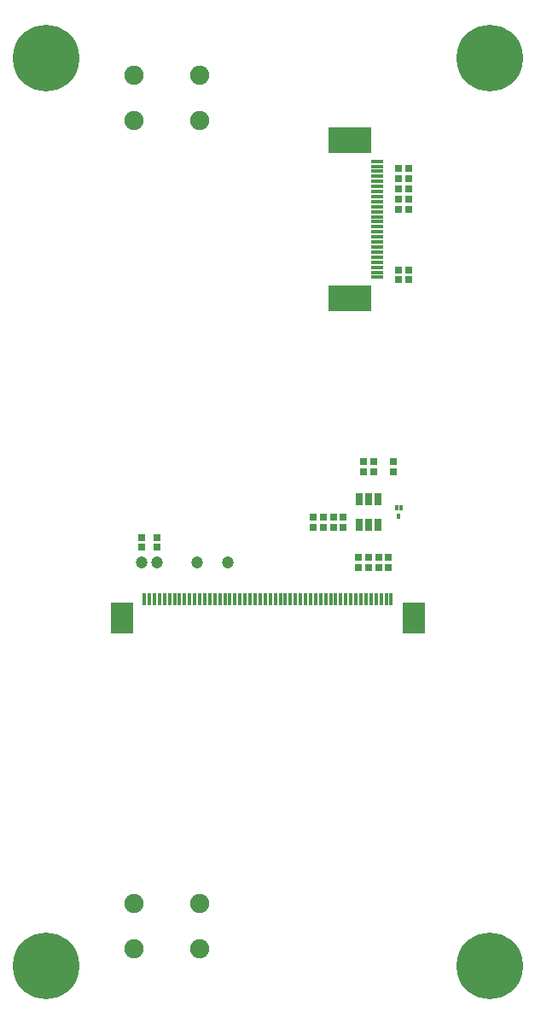
<source format=gbr>
%TF.GenerationSoftware,Altium Limited,Altium Designer,22.5.1 (42)*%
G04 Layer_Color=16711935*
%FSLAX45Y45*%
%MOMM*%
%TF.SameCoordinates,2641221E-3FAC-4475-AA3C-923D0AF84551*%
%TF.FilePolarity,Negative*%
%TF.FileFunction,Soldermask,Bot*%
%TF.Part,Single*%
G01*
G75*
%TA.AperFunction,SMDPad,CuDef*%
%ADD33R,0.75320X0.80320*%
%ADD34R,0.40000X1.30000*%
%ADD35R,0.70000X1.20000*%
%ADD36C,1.20320*%
%ADD37R,0.80320X0.75320*%
%ADD38R,0.40320X0.54320*%
%ADD39R,0.46320X0.54320*%
%ADD40R,4.20000X2.60000*%
%ADD41R,1.30000X0.40000*%
%ADD42R,2.20000X3.10000*%
%ADD43R,0.80320X0.80320*%
%TA.AperFunction,ComponentPad*%
%ADD44C,1.90000*%
%TA.AperFunction,WasherPad*%
%ADD45C,6.60000*%
D33*
X750000Y-150000D02*
D03*
Y-50000D02*
D03*
X650000Y-150000D02*
D03*
Y-50000D02*
D03*
X550000Y-150000D02*
D03*
Y-50000D02*
D03*
X450000Y-150000D02*
D03*
Y-50000D02*
D03*
X-1250000Y-250000D02*
D03*
Y-350000D02*
D03*
X-1100000Y-250000D02*
D03*
Y-350000D02*
D03*
X900000Y-550000D02*
D03*
Y-450000D02*
D03*
X1000000Y-550000D02*
D03*
Y-450000D02*
D03*
X1100000Y-550000D02*
D03*
Y-450000D02*
D03*
X1200000Y-550000D02*
D03*
Y-450000D02*
D03*
X1250000Y400000D02*
D03*
Y500000D02*
D03*
D34*
X975000Y-859999D02*
D03*
X-1225000Y-860000D02*
D03*
X-1175000D02*
D03*
X-1125000D02*
D03*
X-1075000D02*
D03*
X-1025000D02*
D03*
X-975000D02*
D03*
X-925000D02*
D03*
X-875000D02*
D03*
X-825000D02*
D03*
X-775000D02*
D03*
X-725000D02*
D03*
X-675000D02*
D03*
X-625000D02*
D03*
X-575000D02*
D03*
X-525000D02*
D03*
X-475000D02*
D03*
X-425000D02*
D03*
X-375000D02*
D03*
X-325000D02*
D03*
X-275000D02*
D03*
X-225000D02*
D03*
X-175000D02*
D03*
X-125000D02*
D03*
X-75000D02*
D03*
X-25000D02*
D03*
X25000D02*
D03*
X75000D02*
D03*
X125001Y-860000D02*
D03*
X175000Y-860000D02*
D03*
X225001Y-859999D02*
D03*
X275000D02*
D03*
X325000Y-860000D02*
D03*
X375000Y-860000D02*
D03*
X425000Y-860000D02*
D03*
X475000Y-860000D02*
D03*
X525000D02*
D03*
X575000Y-859999D02*
D03*
X625000Y-860000D02*
D03*
X1225000Y-860000D02*
D03*
X1175001Y-860000D02*
D03*
X1124999D02*
D03*
X1074999Y-859999D02*
D03*
X1025000Y-860000D02*
D03*
X925000Y-860000D02*
D03*
X875000Y-860000D02*
D03*
X825000Y-859999D02*
D03*
X775000Y-860000D02*
D03*
X725000D02*
D03*
X674999D02*
D03*
D35*
X1095000Y130000D02*
D03*
X1000000D02*
D03*
X905000D02*
D03*
Y-130000D02*
D03*
X1000000D02*
D03*
X1095000D02*
D03*
D36*
X-1250000Y-500000D02*
D03*
X-1100000D02*
D03*
X-700000D02*
D03*
X-400000D02*
D03*
D37*
X1400000Y3000000D02*
D03*
X1300000D02*
D03*
X1050000Y500000D02*
D03*
X950000D02*
D03*
X1050000Y400000D02*
D03*
X950000D02*
D03*
X1400000Y2400000D02*
D03*
X1300000D02*
D03*
X1400000Y2300000D02*
D03*
X1300000D02*
D03*
D38*
X1281000Y43000D02*
D03*
X1319000D02*
D03*
D39*
X1300000Y-43000D02*
D03*
D40*
X817500Y2113000D02*
D03*
Y3687000D02*
D03*
D41*
X1082500Y3475000D02*
D03*
X1082500Y3425000D02*
D03*
X1082500Y3375000D02*
D03*
Y3325000D02*
D03*
Y3275000D02*
D03*
X1082500Y3225000D02*
D03*
Y3175000D02*
D03*
X1082500Y3125000D02*
D03*
Y3075000D02*
D03*
Y3025000D02*
D03*
Y2975000D02*
D03*
Y2925000D02*
D03*
Y2325000D02*
D03*
Y2375000D02*
D03*
Y2425000D02*
D03*
Y2475000D02*
D03*
Y2525000D02*
D03*
Y2575000D02*
D03*
Y2625000D02*
D03*
X1082500Y2675000D02*
D03*
X1082500Y2725000D02*
D03*
Y2775000D02*
D03*
Y2825000D02*
D03*
Y2875000D02*
D03*
D42*
X-1450000Y-1050000D02*
D03*
X1450000D02*
D03*
D43*
X1299991Y3099990D02*
D03*
Y3199997D02*
D03*
X1399991Y3099990D02*
D03*
Y3199997D02*
D03*
Y3299990D02*
D03*
Y3399997D02*
D03*
X1299991Y3299990D02*
D03*
Y3399997D02*
D03*
D44*
X-1325000Y-3875000D02*
D03*
X-675000D02*
D03*
X-1325000Y-4325000D02*
D03*
X-675000D02*
D03*
X-1325000Y4325000D02*
D03*
X-675000D02*
D03*
X-1325000Y3875000D02*
D03*
X-675000D02*
D03*
D45*
X-2200001Y4500501D02*
D03*
X2199999D02*
D03*
Y-4499499D02*
D03*
X-2200001D02*
D03*
%TF.MD5,87c8a8bd0866dc6e05ab3698ae21d919*%
M02*

</source>
